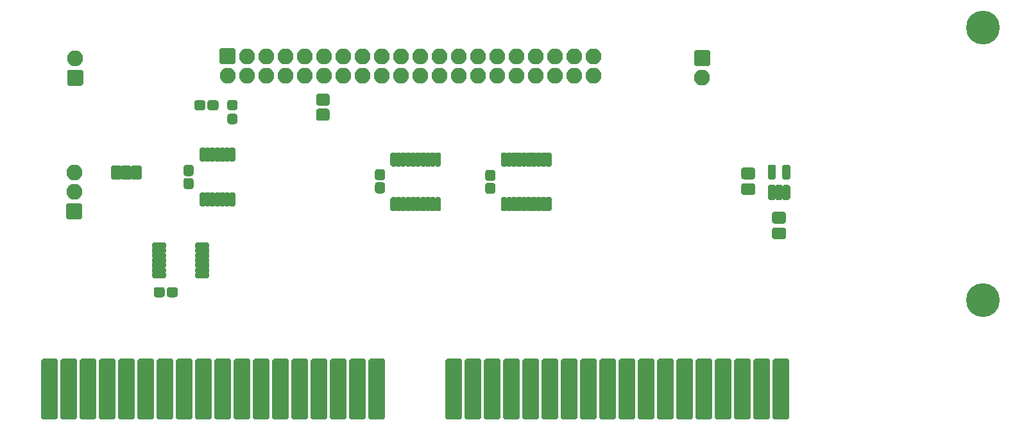
<source format=gbr>
G04 #@! TF.GenerationSoftware,KiCad,Pcbnew,5.1.9-73d0e3b20d~88~ubuntu20.10.1*
G04 #@! TF.CreationDate,2021-03-28T07:48:37+01:00*
G04 #@! TF.ProjectId,videoslotadapter,76696465-6f73-46c6-9f74-616461707465,rev?*
G04 #@! TF.SameCoordinates,Original*
G04 #@! TF.FileFunction,Soldermask,Top*
G04 #@! TF.FilePolarity,Negative*
%FSLAX46Y46*%
G04 Gerber Fmt 4.6, Leading zero omitted, Abs format (unit mm)*
G04 Created by KiCad (PCBNEW 5.1.9-73d0e3b20d~88~ubuntu20.10.1) date 2021-03-28 07:48:37*
%MOMM*%
%LPD*%
G01*
G04 APERTURE LIST*
%ADD10C,4.464000*%
%ADD11O,2.100000X2.100000*%
G04 APERTURE END LIST*
D10*
X236207300Y-100502720D03*
X236207300Y-64546480D03*
G36*
G01*
X121164600Y-84443000D02*
X121164600Y-82943000D01*
G75*
G02*
X121364600Y-82743000I200000J0D01*
G01*
X122364600Y-82743000D01*
G75*
G02*
X122564600Y-82943000I0J-200000D01*
G01*
X122564600Y-84443000D01*
G75*
G02*
X122364600Y-84643000I-200000J0D01*
G01*
X121364600Y-84643000D01*
G75*
G02*
X121164600Y-84443000I0J200000D01*
G01*
G37*
G36*
G01*
X122464600Y-84443000D02*
X122464600Y-82943000D01*
G75*
G02*
X122664600Y-82743000I200000J0D01*
G01*
X123664600Y-82743000D01*
G75*
G02*
X123864600Y-82943000I0J-200000D01*
G01*
X123864600Y-84443000D01*
G75*
G02*
X123664600Y-84643000I-200000J0D01*
G01*
X122664600Y-84643000D01*
G75*
G02*
X122464600Y-84443000I0J200000D01*
G01*
G37*
G36*
G01*
X123764600Y-84443000D02*
X123764600Y-82943000D01*
G75*
G02*
X123964600Y-82743000I200000J0D01*
G01*
X124964600Y-82743000D01*
G75*
G02*
X125164600Y-82943000I0J-200000D01*
G01*
X125164600Y-84443000D01*
G75*
G02*
X124964600Y-84643000I-200000J0D01*
G01*
X123964600Y-84643000D01*
G75*
G02*
X123764600Y-84443000I0J200000D01*
G01*
G37*
G36*
G01*
X128496600Y-99816600D02*
X128496600Y-99141600D01*
G75*
G02*
X128834100Y-98804100I337500J0D01*
G01*
X129634100Y-98804100D01*
G75*
G02*
X129971600Y-99141600I0J-337500D01*
G01*
X129971600Y-99816600D01*
G75*
G02*
X129634100Y-100154100I-337500J0D01*
G01*
X128834100Y-100154100D01*
G75*
G02*
X128496600Y-99816600I0J337500D01*
G01*
G37*
G36*
G01*
X126771600Y-99816600D02*
X126771600Y-99141600D01*
G75*
G02*
X127109100Y-98804100I337500J0D01*
G01*
X127909100Y-98804100D01*
G75*
G02*
X128246600Y-99141600I0J-337500D01*
G01*
X128246600Y-99816600D01*
G75*
G02*
X127909100Y-100154100I-337500J0D01*
G01*
X127109100Y-100154100D01*
G75*
G02*
X126771600Y-99816600I0J337500D01*
G01*
G37*
G36*
G01*
X128402400Y-97025400D02*
X128402400Y-97425400D01*
G75*
G02*
X128202400Y-97625400I-200000J0D01*
G01*
X126727400Y-97625400D01*
G75*
G02*
X126527400Y-97425400I0J200000D01*
G01*
X126527400Y-97025400D01*
G75*
G02*
X126727400Y-96825400I200000J0D01*
G01*
X128202400Y-96825400D01*
G75*
G02*
X128402400Y-97025400I0J-200000D01*
G01*
G37*
G36*
G01*
X128402400Y-96375400D02*
X128402400Y-96775400D01*
G75*
G02*
X128202400Y-96975400I-200000J0D01*
G01*
X126727400Y-96975400D01*
G75*
G02*
X126527400Y-96775400I0J200000D01*
G01*
X126527400Y-96375400D01*
G75*
G02*
X126727400Y-96175400I200000J0D01*
G01*
X128202400Y-96175400D01*
G75*
G02*
X128402400Y-96375400I0J-200000D01*
G01*
G37*
G36*
G01*
X128402400Y-95725400D02*
X128402400Y-96125400D01*
G75*
G02*
X128202400Y-96325400I-200000J0D01*
G01*
X126727400Y-96325400D01*
G75*
G02*
X126527400Y-96125400I0J200000D01*
G01*
X126527400Y-95725400D01*
G75*
G02*
X126727400Y-95525400I200000J0D01*
G01*
X128202400Y-95525400D01*
G75*
G02*
X128402400Y-95725400I0J-200000D01*
G01*
G37*
G36*
G01*
X128402400Y-95075400D02*
X128402400Y-95475400D01*
G75*
G02*
X128202400Y-95675400I-200000J0D01*
G01*
X126727400Y-95675400D01*
G75*
G02*
X126527400Y-95475400I0J200000D01*
G01*
X126527400Y-95075400D01*
G75*
G02*
X126727400Y-94875400I200000J0D01*
G01*
X128202400Y-94875400D01*
G75*
G02*
X128402400Y-95075400I0J-200000D01*
G01*
G37*
G36*
G01*
X128402400Y-94425400D02*
X128402400Y-94825400D01*
G75*
G02*
X128202400Y-95025400I-200000J0D01*
G01*
X126727400Y-95025400D01*
G75*
G02*
X126527400Y-94825400I0J200000D01*
G01*
X126527400Y-94425400D01*
G75*
G02*
X126727400Y-94225400I200000J0D01*
G01*
X128202400Y-94225400D01*
G75*
G02*
X128402400Y-94425400I0J-200000D01*
G01*
G37*
G36*
G01*
X128402400Y-93775400D02*
X128402400Y-94175400D01*
G75*
G02*
X128202400Y-94375400I-200000J0D01*
G01*
X126727400Y-94375400D01*
G75*
G02*
X126527400Y-94175400I0J200000D01*
G01*
X126527400Y-93775400D01*
G75*
G02*
X126727400Y-93575400I200000J0D01*
G01*
X128202400Y-93575400D01*
G75*
G02*
X128402400Y-93775400I0J-200000D01*
G01*
G37*
G36*
G01*
X128402400Y-93125400D02*
X128402400Y-93525400D01*
G75*
G02*
X128202400Y-93725400I-200000J0D01*
G01*
X126727400Y-93725400D01*
G75*
G02*
X126527400Y-93525400I0J200000D01*
G01*
X126527400Y-93125400D01*
G75*
G02*
X126727400Y-92925400I200000J0D01*
G01*
X128202400Y-92925400D01*
G75*
G02*
X128402400Y-93125400I0J-200000D01*
G01*
G37*
G36*
G01*
X134127400Y-93125400D02*
X134127400Y-93525400D01*
G75*
G02*
X133927400Y-93725400I-200000J0D01*
G01*
X132452400Y-93725400D01*
G75*
G02*
X132252400Y-93525400I0J200000D01*
G01*
X132252400Y-93125400D01*
G75*
G02*
X132452400Y-92925400I200000J0D01*
G01*
X133927400Y-92925400D01*
G75*
G02*
X134127400Y-93125400I0J-200000D01*
G01*
G37*
G36*
G01*
X134127400Y-93775400D02*
X134127400Y-94175400D01*
G75*
G02*
X133927400Y-94375400I-200000J0D01*
G01*
X132452400Y-94375400D01*
G75*
G02*
X132252400Y-94175400I0J200000D01*
G01*
X132252400Y-93775400D01*
G75*
G02*
X132452400Y-93575400I200000J0D01*
G01*
X133927400Y-93575400D01*
G75*
G02*
X134127400Y-93775400I0J-200000D01*
G01*
G37*
G36*
G01*
X134127400Y-94425400D02*
X134127400Y-94825400D01*
G75*
G02*
X133927400Y-95025400I-200000J0D01*
G01*
X132452400Y-95025400D01*
G75*
G02*
X132252400Y-94825400I0J200000D01*
G01*
X132252400Y-94425400D01*
G75*
G02*
X132452400Y-94225400I200000J0D01*
G01*
X133927400Y-94225400D01*
G75*
G02*
X134127400Y-94425400I0J-200000D01*
G01*
G37*
G36*
G01*
X134127400Y-95075400D02*
X134127400Y-95475400D01*
G75*
G02*
X133927400Y-95675400I-200000J0D01*
G01*
X132452400Y-95675400D01*
G75*
G02*
X132252400Y-95475400I0J200000D01*
G01*
X132252400Y-95075400D01*
G75*
G02*
X132452400Y-94875400I200000J0D01*
G01*
X133927400Y-94875400D01*
G75*
G02*
X134127400Y-95075400I0J-200000D01*
G01*
G37*
G36*
G01*
X134127400Y-95725400D02*
X134127400Y-96125400D01*
G75*
G02*
X133927400Y-96325400I-200000J0D01*
G01*
X132452400Y-96325400D01*
G75*
G02*
X132252400Y-96125400I0J200000D01*
G01*
X132252400Y-95725400D01*
G75*
G02*
X132452400Y-95525400I200000J0D01*
G01*
X133927400Y-95525400D01*
G75*
G02*
X134127400Y-95725400I0J-200000D01*
G01*
G37*
G36*
G01*
X134127400Y-96375400D02*
X134127400Y-96775400D01*
G75*
G02*
X133927400Y-96975400I-200000J0D01*
G01*
X132452400Y-96975400D01*
G75*
G02*
X132252400Y-96775400I0J200000D01*
G01*
X132252400Y-96375400D01*
G75*
G02*
X132452400Y-96175400I200000J0D01*
G01*
X133927400Y-96175400D01*
G75*
G02*
X134127400Y-96375400I0J-200000D01*
G01*
G37*
G36*
G01*
X134127400Y-97025400D02*
X134127400Y-97425400D01*
G75*
G02*
X133927400Y-97625400I-200000J0D01*
G01*
X132452400Y-97625400D01*
G75*
G02*
X132252400Y-97425400I0J200000D01*
G01*
X132252400Y-97025400D01*
G75*
G02*
X132452400Y-96825400I200000J0D01*
G01*
X133927400Y-96825400D01*
G75*
G02*
X134127400Y-97025400I0J-200000D01*
G01*
G37*
G36*
G01*
X133606000Y-74465500D02*
X133606000Y-75140500D01*
G75*
G02*
X133268500Y-75478000I-337500J0D01*
G01*
X132468500Y-75478000D01*
G75*
G02*
X132131000Y-75140500I0J337500D01*
G01*
X132131000Y-74465500D01*
G75*
G02*
X132468500Y-74128000I337500J0D01*
G01*
X133268500Y-74128000D01*
G75*
G02*
X133606000Y-74465500I0J-337500D01*
G01*
G37*
G36*
G01*
X135331000Y-74465500D02*
X135331000Y-75140500D01*
G75*
G02*
X134993500Y-75478000I-337500J0D01*
G01*
X134193500Y-75478000D01*
G75*
G02*
X133856000Y-75140500I0J337500D01*
G01*
X133856000Y-74465500D01*
G75*
G02*
X134193500Y-74128000I337500J0D01*
G01*
X134993500Y-74128000D01*
G75*
G02*
X135331000Y-74465500I0J-337500D01*
G01*
G37*
G36*
G01*
X136822500Y-75917000D02*
X137497500Y-75917000D01*
G75*
G02*
X137835000Y-76254500I0J-337500D01*
G01*
X137835000Y-76954500D01*
G75*
G02*
X137497500Y-77292000I-337500J0D01*
G01*
X136822500Y-77292000D01*
G75*
G02*
X136485000Y-76954500I0J337500D01*
G01*
X136485000Y-76254500D01*
G75*
G02*
X136822500Y-75917000I337500J0D01*
G01*
G37*
G36*
G01*
X136822500Y-74092000D02*
X137497500Y-74092000D01*
G75*
G02*
X137835000Y-74429500I0J-337500D01*
G01*
X137835000Y-75129500D01*
G75*
G02*
X137497500Y-75467000I-337500J0D01*
G01*
X136822500Y-75467000D01*
G75*
G02*
X136485000Y-75129500I0J337500D01*
G01*
X136485000Y-74429500D01*
G75*
G02*
X136822500Y-74092000I337500J0D01*
G01*
G37*
G36*
G01*
X208464000Y-116082000D02*
X208464000Y-108462000D01*
G75*
G02*
X208664000Y-108262000I200000J0D01*
G01*
X210444000Y-108262000D01*
G75*
G02*
X210644000Y-108462000I0J-200000D01*
G01*
X210644000Y-116082000D01*
G75*
G02*
X210444000Y-116282000I-200000J0D01*
G01*
X208664000Y-116282000D01*
G75*
G02*
X208464000Y-116082000I0J200000D01*
G01*
G37*
G36*
G01*
X205924000Y-116082000D02*
X205924000Y-108462000D01*
G75*
G02*
X206124000Y-108262000I200000J0D01*
G01*
X207904000Y-108262000D01*
G75*
G02*
X208104000Y-108462000I0J-200000D01*
G01*
X208104000Y-116082000D01*
G75*
G02*
X207904000Y-116282000I-200000J0D01*
G01*
X206124000Y-116282000D01*
G75*
G02*
X205924000Y-116082000I0J200000D01*
G01*
G37*
G36*
G01*
X203384000Y-116082000D02*
X203384000Y-108462000D01*
G75*
G02*
X203584000Y-108262000I200000J0D01*
G01*
X205364000Y-108262000D01*
G75*
G02*
X205564000Y-108462000I0J-200000D01*
G01*
X205564000Y-116082000D01*
G75*
G02*
X205364000Y-116282000I-200000J0D01*
G01*
X203584000Y-116282000D01*
G75*
G02*
X203384000Y-116082000I0J200000D01*
G01*
G37*
G36*
G01*
X200844000Y-116082000D02*
X200844000Y-108462000D01*
G75*
G02*
X201044000Y-108262000I200000J0D01*
G01*
X202824000Y-108262000D01*
G75*
G02*
X203024000Y-108462000I0J-200000D01*
G01*
X203024000Y-116082000D01*
G75*
G02*
X202824000Y-116282000I-200000J0D01*
G01*
X201044000Y-116282000D01*
G75*
G02*
X200844000Y-116082000I0J200000D01*
G01*
G37*
G36*
G01*
X198304000Y-116082000D02*
X198304000Y-108462000D01*
G75*
G02*
X198504000Y-108262000I200000J0D01*
G01*
X200284000Y-108262000D01*
G75*
G02*
X200484000Y-108462000I0J-200000D01*
G01*
X200484000Y-116082000D01*
G75*
G02*
X200284000Y-116282000I-200000J0D01*
G01*
X198504000Y-116282000D01*
G75*
G02*
X198304000Y-116082000I0J200000D01*
G01*
G37*
G36*
G01*
X195764000Y-116082000D02*
X195764000Y-108462000D01*
G75*
G02*
X195964000Y-108262000I200000J0D01*
G01*
X197744000Y-108262000D01*
G75*
G02*
X197944000Y-108462000I0J-200000D01*
G01*
X197944000Y-116082000D01*
G75*
G02*
X197744000Y-116282000I-200000J0D01*
G01*
X195964000Y-116282000D01*
G75*
G02*
X195764000Y-116082000I0J200000D01*
G01*
G37*
G36*
G01*
X193224000Y-116082000D02*
X193224000Y-108462000D01*
G75*
G02*
X193424000Y-108262000I200000J0D01*
G01*
X195204000Y-108262000D01*
G75*
G02*
X195404000Y-108462000I0J-200000D01*
G01*
X195404000Y-116082000D01*
G75*
G02*
X195204000Y-116282000I-200000J0D01*
G01*
X193424000Y-116282000D01*
G75*
G02*
X193224000Y-116082000I0J200000D01*
G01*
G37*
G36*
G01*
X190684000Y-116082000D02*
X190684000Y-108462000D01*
G75*
G02*
X190884000Y-108262000I200000J0D01*
G01*
X192664000Y-108262000D01*
G75*
G02*
X192864000Y-108462000I0J-200000D01*
G01*
X192864000Y-116082000D01*
G75*
G02*
X192664000Y-116282000I-200000J0D01*
G01*
X190884000Y-116282000D01*
G75*
G02*
X190684000Y-116082000I0J200000D01*
G01*
G37*
G36*
G01*
X188144000Y-116082000D02*
X188144000Y-108462000D01*
G75*
G02*
X188344000Y-108262000I200000J0D01*
G01*
X190124000Y-108262000D01*
G75*
G02*
X190324000Y-108462000I0J-200000D01*
G01*
X190324000Y-116082000D01*
G75*
G02*
X190124000Y-116282000I-200000J0D01*
G01*
X188344000Y-116282000D01*
G75*
G02*
X188144000Y-116082000I0J200000D01*
G01*
G37*
G36*
G01*
X185604000Y-116082000D02*
X185604000Y-108462000D01*
G75*
G02*
X185804000Y-108262000I200000J0D01*
G01*
X187584000Y-108262000D01*
G75*
G02*
X187784000Y-108462000I0J-200000D01*
G01*
X187784000Y-116082000D01*
G75*
G02*
X187584000Y-116282000I-200000J0D01*
G01*
X185804000Y-116282000D01*
G75*
G02*
X185604000Y-116082000I0J200000D01*
G01*
G37*
G36*
G01*
X183064000Y-116082000D02*
X183064000Y-108462000D01*
G75*
G02*
X183264000Y-108262000I200000J0D01*
G01*
X185044000Y-108262000D01*
G75*
G02*
X185244000Y-108462000I0J-200000D01*
G01*
X185244000Y-116082000D01*
G75*
G02*
X185044000Y-116282000I-200000J0D01*
G01*
X183264000Y-116282000D01*
G75*
G02*
X183064000Y-116082000I0J200000D01*
G01*
G37*
G36*
G01*
X180524000Y-116082000D02*
X180524000Y-108462000D01*
G75*
G02*
X180724000Y-108262000I200000J0D01*
G01*
X182504000Y-108262000D01*
G75*
G02*
X182704000Y-108462000I0J-200000D01*
G01*
X182704000Y-116082000D01*
G75*
G02*
X182504000Y-116282000I-200000J0D01*
G01*
X180724000Y-116282000D01*
G75*
G02*
X180524000Y-116082000I0J200000D01*
G01*
G37*
G36*
G01*
X177984000Y-116082000D02*
X177984000Y-108462000D01*
G75*
G02*
X178184000Y-108262000I200000J0D01*
G01*
X179964000Y-108262000D01*
G75*
G02*
X180164000Y-108462000I0J-200000D01*
G01*
X180164000Y-116082000D01*
G75*
G02*
X179964000Y-116282000I-200000J0D01*
G01*
X178184000Y-116282000D01*
G75*
G02*
X177984000Y-116082000I0J200000D01*
G01*
G37*
G36*
G01*
X175444000Y-116082000D02*
X175444000Y-108462000D01*
G75*
G02*
X175644000Y-108262000I200000J0D01*
G01*
X177424000Y-108262000D01*
G75*
G02*
X177624000Y-108462000I0J-200000D01*
G01*
X177624000Y-116082000D01*
G75*
G02*
X177424000Y-116282000I-200000J0D01*
G01*
X175644000Y-116282000D01*
G75*
G02*
X175444000Y-116082000I0J200000D01*
G01*
G37*
G36*
G01*
X172904000Y-116082000D02*
X172904000Y-108462000D01*
G75*
G02*
X173104000Y-108262000I200000J0D01*
G01*
X174884000Y-108262000D01*
G75*
G02*
X175084000Y-108462000I0J-200000D01*
G01*
X175084000Y-116082000D01*
G75*
G02*
X174884000Y-116282000I-200000J0D01*
G01*
X173104000Y-116282000D01*
G75*
G02*
X172904000Y-116082000I0J200000D01*
G01*
G37*
G36*
G01*
X170364000Y-116082000D02*
X170364000Y-108462000D01*
G75*
G02*
X170564000Y-108262000I200000J0D01*
G01*
X172344000Y-108262000D01*
G75*
G02*
X172544000Y-108462000I0J-200000D01*
G01*
X172544000Y-116082000D01*
G75*
G02*
X172344000Y-116282000I-200000J0D01*
G01*
X170564000Y-116282000D01*
G75*
G02*
X170364000Y-116082000I0J200000D01*
G01*
G37*
G36*
G01*
X167824000Y-116082000D02*
X167824000Y-108462000D01*
G75*
G02*
X168024000Y-108262000I200000J0D01*
G01*
X169804000Y-108262000D01*
G75*
G02*
X170004000Y-108462000I0J-200000D01*
G01*
X170004000Y-116082000D01*
G75*
G02*
X169804000Y-116282000I-200000J0D01*
G01*
X168024000Y-116282000D01*
G75*
G02*
X167824000Y-116082000I0J200000D01*
G01*
G37*
G36*
G01*
X165284000Y-116082000D02*
X165284000Y-108462000D01*
G75*
G02*
X165484000Y-108262000I200000J0D01*
G01*
X167264000Y-108262000D01*
G75*
G02*
X167464000Y-108462000I0J-200000D01*
G01*
X167464000Y-116082000D01*
G75*
G02*
X167264000Y-116282000I-200000J0D01*
G01*
X165484000Y-116282000D01*
G75*
G02*
X165284000Y-116082000I0J200000D01*
G01*
G37*
G36*
G01*
X155124000Y-116082000D02*
X155124000Y-108462000D01*
G75*
G02*
X155324000Y-108262000I200000J0D01*
G01*
X157104000Y-108262000D01*
G75*
G02*
X157304000Y-108462000I0J-200000D01*
G01*
X157304000Y-116082000D01*
G75*
G02*
X157104000Y-116282000I-200000J0D01*
G01*
X155324000Y-116282000D01*
G75*
G02*
X155124000Y-116082000I0J200000D01*
G01*
G37*
G36*
G01*
X152584000Y-116082000D02*
X152584000Y-108462000D01*
G75*
G02*
X152784000Y-108262000I200000J0D01*
G01*
X154564000Y-108262000D01*
G75*
G02*
X154764000Y-108462000I0J-200000D01*
G01*
X154764000Y-116082000D01*
G75*
G02*
X154564000Y-116282000I-200000J0D01*
G01*
X152784000Y-116282000D01*
G75*
G02*
X152584000Y-116082000I0J200000D01*
G01*
G37*
G36*
G01*
X150044000Y-116082000D02*
X150044000Y-108462000D01*
G75*
G02*
X150244000Y-108262000I200000J0D01*
G01*
X152024000Y-108262000D01*
G75*
G02*
X152224000Y-108462000I0J-200000D01*
G01*
X152224000Y-116082000D01*
G75*
G02*
X152024000Y-116282000I-200000J0D01*
G01*
X150244000Y-116282000D01*
G75*
G02*
X150044000Y-116082000I0J200000D01*
G01*
G37*
G36*
G01*
X147504000Y-116082000D02*
X147504000Y-108462000D01*
G75*
G02*
X147704000Y-108262000I200000J0D01*
G01*
X149484000Y-108262000D01*
G75*
G02*
X149684000Y-108462000I0J-200000D01*
G01*
X149684000Y-116082000D01*
G75*
G02*
X149484000Y-116282000I-200000J0D01*
G01*
X147704000Y-116282000D01*
G75*
G02*
X147504000Y-116082000I0J200000D01*
G01*
G37*
G36*
G01*
X144964000Y-116082000D02*
X144964000Y-108462000D01*
G75*
G02*
X145164000Y-108262000I200000J0D01*
G01*
X146944000Y-108262000D01*
G75*
G02*
X147144000Y-108462000I0J-200000D01*
G01*
X147144000Y-116082000D01*
G75*
G02*
X146944000Y-116282000I-200000J0D01*
G01*
X145164000Y-116282000D01*
G75*
G02*
X144964000Y-116082000I0J200000D01*
G01*
G37*
G36*
G01*
X142424000Y-116082000D02*
X142424000Y-108462000D01*
G75*
G02*
X142624000Y-108262000I200000J0D01*
G01*
X144404000Y-108262000D01*
G75*
G02*
X144604000Y-108462000I0J-200000D01*
G01*
X144604000Y-116082000D01*
G75*
G02*
X144404000Y-116282000I-200000J0D01*
G01*
X142624000Y-116282000D01*
G75*
G02*
X142424000Y-116082000I0J200000D01*
G01*
G37*
G36*
G01*
X139884000Y-116082000D02*
X139884000Y-108462000D01*
G75*
G02*
X140084000Y-108262000I200000J0D01*
G01*
X141864000Y-108262000D01*
G75*
G02*
X142064000Y-108462000I0J-200000D01*
G01*
X142064000Y-116082000D01*
G75*
G02*
X141864000Y-116282000I-200000J0D01*
G01*
X140084000Y-116282000D01*
G75*
G02*
X139884000Y-116082000I0J200000D01*
G01*
G37*
G36*
G01*
X137344000Y-116082000D02*
X137344000Y-108462000D01*
G75*
G02*
X137544000Y-108262000I200000J0D01*
G01*
X139324000Y-108262000D01*
G75*
G02*
X139524000Y-108462000I0J-200000D01*
G01*
X139524000Y-116082000D01*
G75*
G02*
X139324000Y-116282000I-200000J0D01*
G01*
X137544000Y-116282000D01*
G75*
G02*
X137344000Y-116082000I0J200000D01*
G01*
G37*
G36*
G01*
X134804000Y-116082000D02*
X134804000Y-108462000D01*
G75*
G02*
X135004000Y-108262000I200000J0D01*
G01*
X136784000Y-108262000D01*
G75*
G02*
X136984000Y-108462000I0J-200000D01*
G01*
X136984000Y-116082000D01*
G75*
G02*
X136784000Y-116282000I-200000J0D01*
G01*
X135004000Y-116282000D01*
G75*
G02*
X134804000Y-116082000I0J200000D01*
G01*
G37*
G36*
G01*
X132264000Y-116082000D02*
X132264000Y-108462000D01*
G75*
G02*
X132464000Y-108262000I200000J0D01*
G01*
X134244000Y-108262000D01*
G75*
G02*
X134444000Y-108462000I0J-200000D01*
G01*
X134444000Y-116082000D01*
G75*
G02*
X134244000Y-116282000I-200000J0D01*
G01*
X132464000Y-116282000D01*
G75*
G02*
X132264000Y-116082000I0J200000D01*
G01*
G37*
G36*
G01*
X129724000Y-116082000D02*
X129724000Y-108462000D01*
G75*
G02*
X129924000Y-108262000I200000J0D01*
G01*
X131704000Y-108262000D01*
G75*
G02*
X131904000Y-108462000I0J-200000D01*
G01*
X131904000Y-116082000D01*
G75*
G02*
X131704000Y-116282000I-200000J0D01*
G01*
X129924000Y-116282000D01*
G75*
G02*
X129724000Y-116082000I0J200000D01*
G01*
G37*
G36*
G01*
X127184000Y-116082000D02*
X127184000Y-108462000D01*
G75*
G02*
X127384000Y-108262000I200000J0D01*
G01*
X129164000Y-108262000D01*
G75*
G02*
X129364000Y-108462000I0J-200000D01*
G01*
X129364000Y-116082000D01*
G75*
G02*
X129164000Y-116282000I-200000J0D01*
G01*
X127384000Y-116282000D01*
G75*
G02*
X127184000Y-116082000I0J200000D01*
G01*
G37*
G36*
G01*
X124644000Y-116082000D02*
X124644000Y-108462000D01*
G75*
G02*
X124844000Y-108262000I200000J0D01*
G01*
X126624000Y-108262000D01*
G75*
G02*
X126824000Y-108462000I0J-200000D01*
G01*
X126824000Y-116082000D01*
G75*
G02*
X126624000Y-116282000I-200000J0D01*
G01*
X124844000Y-116282000D01*
G75*
G02*
X124644000Y-116082000I0J200000D01*
G01*
G37*
G36*
G01*
X122104000Y-116082000D02*
X122104000Y-108462000D01*
G75*
G02*
X122304000Y-108262000I200000J0D01*
G01*
X124084000Y-108262000D01*
G75*
G02*
X124284000Y-108462000I0J-200000D01*
G01*
X124284000Y-116082000D01*
G75*
G02*
X124084000Y-116282000I-200000J0D01*
G01*
X122304000Y-116282000D01*
G75*
G02*
X122104000Y-116082000I0J200000D01*
G01*
G37*
G36*
G01*
X119564000Y-116082000D02*
X119564000Y-108462000D01*
G75*
G02*
X119764000Y-108262000I200000J0D01*
G01*
X121544000Y-108262000D01*
G75*
G02*
X121744000Y-108462000I0J-200000D01*
G01*
X121744000Y-116082000D01*
G75*
G02*
X121544000Y-116282000I-200000J0D01*
G01*
X119764000Y-116282000D01*
G75*
G02*
X119564000Y-116082000I0J200000D01*
G01*
G37*
G36*
G01*
X117024000Y-116082000D02*
X117024000Y-108462000D01*
G75*
G02*
X117224000Y-108262000I200000J0D01*
G01*
X119004000Y-108262000D01*
G75*
G02*
X119204000Y-108462000I0J-200000D01*
G01*
X119204000Y-116082000D01*
G75*
G02*
X119004000Y-116282000I-200000J0D01*
G01*
X117224000Y-116282000D01*
G75*
G02*
X117024000Y-116082000I0J200000D01*
G01*
G37*
G36*
G01*
X114484000Y-116082000D02*
X114484000Y-108462000D01*
G75*
G02*
X114684000Y-108262000I200000J0D01*
G01*
X116464000Y-108262000D01*
G75*
G02*
X116664000Y-108462000I0J-200000D01*
G01*
X116664000Y-116082000D01*
G75*
G02*
X116464000Y-116282000I-200000J0D01*
G01*
X114684000Y-116282000D01*
G75*
G02*
X114484000Y-116082000I0J200000D01*
G01*
G37*
G36*
G01*
X111944000Y-116082000D02*
X111944000Y-108462000D01*
G75*
G02*
X112144000Y-108262000I200000J0D01*
G01*
X113924000Y-108262000D01*
G75*
G02*
X114124000Y-108462000I0J-200000D01*
G01*
X114124000Y-116082000D01*
G75*
G02*
X113924000Y-116282000I-200000J0D01*
G01*
X112144000Y-116282000D01*
G75*
G02*
X111944000Y-116082000I0J200000D01*
G01*
G37*
G36*
G01*
X208706106Y-90928000D02*
X209885894Y-90928000D01*
G75*
G02*
X210221000Y-91263106I0J-335106D01*
G01*
X210221000Y-92167894D01*
G75*
G02*
X209885894Y-92503000I-335106J0D01*
G01*
X208706106Y-92503000D01*
G75*
G02*
X208371000Y-92167894I0J335106D01*
G01*
X208371000Y-91263106D01*
G75*
G02*
X208706106Y-90928000I335106J0D01*
G01*
G37*
G36*
G01*
X208706106Y-88853000D02*
X209885894Y-88853000D01*
G75*
G02*
X210221000Y-89188106I0J-335106D01*
G01*
X210221000Y-90092894D01*
G75*
G02*
X209885894Y-90428000I-335106J0D01*
G01*
X208706106Y-90428000D01*
G75*
G02*
X208371000Y-90092894I0J335106D01*
G01*
X208371000Y-89188106D01*
G75*
G02*
X208706106Y-88853000I335106J0D01*
G01*
G37*
G36*
G01*
X148531332Y-75257000D02*
X149664668Y-75257000D01*
G75*
G02*
X149998000Y-75590332I0J-333332D01*
G01*
X149998000Y-76523668D01*
G75*
G02*
X149664668Y-76857000I-333332J0D01*
G01*
X148531332Y-76857000D01*
G75*
G02*
X148198000Y-76523668I0J333332D01*
G01*
X148198000Y-75590332D01*
G75*
G02*
X148531332Y-75257000I333332J0D01*
G01*
G37*
G36*
G01*
X148531332Y-73257000D02*
X149664668Y-73257000D01*
G75*
G02*
X149998000Y-73590332I0J-333332D01*
G01*
X149998000Y-74523668D01*
G75*
G02*
X149664668Y-74857000I-333332J0D01*
G01*
X148531332Y-74857000D01*
G75*
G02*
X148198000Y-74523668I0J333332D01*
G01*
X148198000Y-73590332D01*
G75*
G02*
X148531332Y-73257000I333332J0D01*
G01*
G37*
G36*
G01*
X204642106Y-85086000D02*
X205821894Y-85086000D01*
G75*
G02*
X206157000Y-85421106I0J-335106D01*
G01*
X206157000Y-86325894D01*
G75*
G02*
X205821894Y-86661000I-335106J0D01*
G01*
X204642106Y-86661000D01*
G75*
G02*
X204307000Y-86325894I0J335106D01*
G01*
X204307000Y-85421106D01*
G75*
G02*
X204642106Y-85086000I335106J0D01*
G01*
G37*
G36*
G01*
X204642106Y-83011000D02*
X205821894Y-83011000D01*
G75*
G02*
X206157000Y-83346106I0J-335106D01*
G01*
X206157000Y-84250894D01*
G75*
G02*
X205821894Y-84586000I-335106J0D01*
G01*
X204642106Y-84586000D01*
G75*
G02*
X204307000Y-84250894I0J335106D01*
G01*
X204307000Y-83346106D01*
G75*
G02*
X204642106Y-83011000I335106J0D01*
G01*
G37*
G36*
G01*
X170858500Y-85037200D02*
X171533500Y-85037200D01*
G75*
G02*
X171871000Y-85374700I0J-337500D01*
G01*
X171871000Y-86174700D01*
G75*
G02*
X171533500Y-86512200I-337500J0D01*
G01*
X170858500Y-86512200D01*
G75*
G02*
X170521000Y-86174700I0J337500D01*
G01*
X170521000Y-85374700D01*
G75*
G02*
X170858500Y-85037200I337500J0D01*
G01*
G37*
G36*
G01*
X170858500Y-83312200D02*
X171533500Y-83312200D01*
G75*
G02*
X171871000Y-83649700I0J-337500D01*
G01*
X171871000Y-84449700D01*
G75*
G02*
X171533500Y-84787200I-337500J0D01*
G01*
X170858500Y-84787200D01*
G75*
G02*
X170521000Y-84449700I0J337500D01*
G01*
X170521000Y-83649700D01*
G75*
G02*
X170858500Y-83312200I337500J0D01*
G01*
G37*
G36*
G01*
X156306840Y-84961000D02*
X156981840Y-84961000D01*
G75*
G02*
X157319340Y-85298500I0J-337500D01*
G01*
X157319340Y-86098500D01*
G75*
G02*
X156981840Y-86436000I-337500J0D01*
G01*
X156306840Y-86436000D01*
G75*
G02*
X155969340Y-86098500I0J337500D01*
G01*
X155969340Y-85298500D01*
G75*
G02*
X156306840Y-84961000I337500J0D01*
G01*
G37*
G36*
G01*
X156306840Y-83236000D02*
X156981840Y-83236000D01*
G75*
G02*
X157319340Y-83573500I0J-337500D01*
G01*
X157319340Y-84373500D01*
G75*
G02*
X156981840Y-84711000I-337500J0D01*
G01*
X156306840Y-84711000D01*
G75*
G02*
X155969340Y-84373500I0J337500D01*
G01*
X155969340Y-83573500D01*
G75*
G02*
X156306840Y-83236000I337500J0D01*
G01*
G37*
G36*
G01*
X131033840Y-84402200D02*
X131708840Y-84402200D01*
G75*
G02*
X132046340Y-84739700I0J-337500D01*
G01*
X132046340Y-85539700D01*
G75*
G02*
X131708840Y-85877200I-337500J0D01*
G01*
X131033840Y-85877200D01*
G75*
G02*
X130696340Y-85539700I0J337500D01*
G01*
X130696340Y-84739700D01*
G75*
G02*
X131033840Y-84402200I337500J0D01*
G01*
G37*
G36*
G01*
X131033840Y-82677200D02*
X131708840Y-82677200D01*
G75*
G02*
X132046340Y-83014700I0J-337500D01*
G01*
X132046340Y-83814700D01*
G75*
G02*
X131708840Y-84152200I-337500J0D01*
G01*
X131033840Y-84152200D01*
G75*
G02*
X130696340Y-83814700I0J337500D01*
G01*
X130696340Y-83014700D01*
G75*
G02*
X131033840Y-82677200I337500J0D01*
G01*
G37*
D11*
X199136000Y-71120000D03*
G36*
G01*
X198086000Y-69430000D02*
X198086000Y-67730000D01*
G75*
G02*
X198286000Y-67530000I200000J0D01*
G01*
X199986000Y-67530000D01*
G75*
G02*
X200186000Y-67730000I0J-200000D01*
G01*
X200186000Y-69430000D01*
G75*
G02*
X199986000Y-69630000I-200000J0D01*
G01*
X198286000Y-69630000D01*
G75*
G02*
X198086000Y-69430000I0J200000D01*
G01*
G37*
G36*
G01*
X117458200Y-70313180D02*
X117458200Y-72013180D01*
G75*
G02*
X117258200Y-72213180I-200000J0D01*
G01*
X115558200Y-72213180D01*
G75*
G02*
X115358200Y-72013180I0J200000D01*
G01*
X115358200Y-70313180D01*
G75*
G02*
X115558200Y-70113180I200000J0D01*
G01*
X117258200Y-70113180D01*
G75*
G02*
X117458200Y-70313180I0J-200000D01*
G01*
G37*
X116408200Y-68623180D03*
G36*
G01*
X133456340Y-88152200D02*
X133006340Y-88152200D01*
G75*
G02*
X132806340Y-87952200I0J200000D01*
G01*
X132806340Y-86502200D01*
G75*
G02*
X133006340Y-86302200I200000J0D01*
G01*
X133456340Y-86302200D01*
G75*
G02*
X133656340Y-86502200I0J-200000D01*
G01*
X133656340Y-87952200D01*
G75*
G02*
X133456340Y-88152200I-200000J0D01*
G01*
G37*
G36*
G01*
X134106340Y-88152200D02*
X133656340Y-88152200D01*
G75*
G02*
X133456340Y-87952200I0J200000D01*
G01*
X133456340Y-86502200D01*
G75*
G02*
X133656340Y-86302200I200000J0D01*
G01*
X134106340Y-86302200D01*
G75*
G02*
X134306340Y-86502200I0J-200000D01*
G01*
X134306340Y-87952200D01*
G75*
G02*
X134106340Y-88152200I-200000J0D01*
G01*
G37*
G36*
G01*
X134756340Y-88152200D02*
X134306340Y-88152200D01*
G75*
G02*
X134106340Y-87952200I0J200000D01*
G01*
X134106340Y-86502200D01*
G75*
G02*
X134306340Y-86302200I200000J0D01*
G01*
X134756340Y-86302200D01*
G75*
G02*
X134956340Y-86502200I0J-200000D01*
G01*
X134956340Y-87952200D01*
G75*
G02*
X134756340Y-88152200I-200000J0D01*
G01*
G37*
G36*
G01*
X135406340Y-88152200D02*
X134956340Y-88152200D01*
G75*
G02*
X134756340Y-87952200I0J200000D01*
G01*
X134756340Y-86502200D01*
G75*
G02*
X134956340Y-86302200I200000J0D01*
G01*
X135406340Y-86302200D01*
G75*
G02*
X135606340Y-86502200I0J-200000D01*
G01*
X135606340Y-87952200D01*
G75*
G02*
X135406340Y-88152200I-200000J0D01*
G01*
G37*
G36*
G01*
X136056340Y-88152200D02*
X135606340Y-88152200D01*
G75*
G02*
X135406340Y-87952200I0J200000D01*
G01*
X135406340Y-86502200D01*
G75*
G02*
X135606340Y-86302200I200000J0D01*
G01*
X136056340Y-86302200D01*
G75*
G02*
X136256340Y-86502200I0J-200000D01*
G01*
X136256340Y-87952200D01*
G75*
G02*
X136056340Y-88152200I-200000J0D01*
G01*
G37*
G36*
G01*
X136706340Y-88152200D02*
X136256340Y-88152200D01*
G75*
G02*
X136056340Y-87952200I0J200000D01*
G01*
X136056340Y-86502200D01*
G75*
G02*
X136256340Y-86302200I200000J0D01*
G01*
X136706340Y-86302200D01*
G75*
G02*
X136906340Y-86502200I0J-200000D01*
G01*
X136906340Y-87952200D01*
G75*
G02*
X136706340Y-88152200I-200000J0D01*
G01*
G37*
G36*
G01*
X137356340Y-88152200D02*
X136906340Y-88152200D01*
G75*
G02*
X136706340Y-87952200I0J200000D01*
G01*
X136706340Y-86502200D01*
G75*
G02*
X136906340Y-86302200I200000J0D01*
G01*
X137356340Y-86302200D01*
G75*
G02*
X137556340Y-86502200I0J-200000D01*
G01*
X137556340Y-87952200D01*
G75*
G02*
X137356340Y-88152200I-200000J0D01*
G01*
G37*
G36*
G01*
X137356340Y-82252200D02*
X136906340Y-82252200D01*
G75*
G02*
X136706340Y-82052200I0J200000D01*
G01*
X136706340Y-80602200D01*
G75*
G02*
X136906340Y-80402200I200000J0D01*
G01*
X137356340Y-80402200D01*
G75*
G02*
X137556340Y-80602200I0J-200000D01*
G01*
X137556340Y-82052200D01*
G75*
G02*
X137356340Y-82252200I-200000J0D01*
G01*
G37*
G36*
G01*
X136706340Y-82252200D02*
X136256340Y-82252200D01*
G75*
G02*
X136056340Y-82052200I0J200000D01*
G01*
X136056340Y-80602200D01*
G75*
G02*
X136256340Y-80402200I200000J0D01*
G01*
X136706340Y-80402200D01*
G75*
G02*
X136906340Y-80602200I0J-200000D01*
G01*
X136906340Y-82052200D01*
G75*
G02*
X136706340Y-82252200I-200000J0D01*
G01*
G37*
G36*
G01*
X136056340Y-82252200D02*
X135606340Y-82252200D01*
G75*
G02*
X135406340Y-82052200I0J200000D01*
G01*
X135406340Y-80602200D01*
G75*
G02*
X135606340Y-80402200I200000J0D01*
G01*
X136056340Y-80402200D01*
G75*
G02*
X136256340Y-80602200I0J-200000D01*
G01*
X136256340Y-82052200D01*
G75*
G02*
X136056340Y-82252200I-200000J0D01*
G01*
G37*
G36*
G01*
X135406340Y-82252200D02*
X134956340Y-82252200D01*
G75*
G02*
X134756340Y-82052200I0J200000D01*
G01*
X134756340Y-80602200D01*
G75*
G02*
X134956340Y-80402200I200000J0D01*
G01*
X135406340Y-80402200D01*
G75*
G02*
X135606340Y-80602200I0J-200000D01*
G01*
X135606340Y-82052200D01*
G75*
G02*
X135406340Y-82252200I-200000J0D01*
G01*
G37*
G36*
G01*
X134756340Y-82252200D02*
X134306340Y-82252200D01*
G75*
G02*
X134106340Y-82052200I0J200000D01*
G01*
X134106340Y-80602200D01*
G75*
G02*
X134306340Y-80402200I200000J0D01*
G01*
X134756340Y-80402200D01*
G75*
G02*
X134956340Y-80602200I0J-200000D01*
G01*
X134956340Y-82052200D01*
G75*
G02*
X134756340Y-82252200I-200000J0D01*
G01*
G37*
G36*
G01*
X134106340Y-82252200D02*
X133656340Y-82252200D01*
G75*
G02*
X133456340Y-82052200I0J200000D01*
G01*
X133456340Y-80602200D01*
G75*
G02*
X133656340Y-80402200I200000J0D01*
G01*
X134106340Y-80402200D01*
G75*
G02*
X134306340Y-80602200I0J-200000D01*
G01*
X134306340Y-82052200D01*
G75*
G02*
X134106340Y-82252200I-200000J0D01*
G01*
G37*
G36*
G01*
X133456340Y-82252200D02*
X133006340Y-82252200D01*
G75*
G02*
X132806340Y-82052200I0J200000D01*
G01*
X132806340Y-80602200D01*
G75*
G02*
X133006340Y-80402200I200000J0D01*
G01*
X133456340Y-80402200D01*
G75*
G02*
X133656340Y-80602200I0J-200000D01*
G01*
X133656340Y-82052200D01*
G75*
G02*
X133456340Y-82252200I-200000J0D01*
G01*
G37*
G36*
G01*
X158643340Y-82887200D02*
X158193340Y-82887200D01*
G75*
G02*
X157993340Y-82687200I0J200000D01*
G01*
X157993340Y-81237200D01*
G75*
G02*
X158193340Y-81037200I200000J0D01*
G01*
X158643340Y-81037200D01*
G75*
G02*
X158843340Y-81237200I0J-200000D01*
G01*
X158843340Y-82687200D01*
G75*
G02*
X158643340Y-82887200I-200000J0D01*
G01*
G37*
G36*
G01*
X159293340Y-82887200D02*
X158843340Y-82887200D01*
G75*
G02*
X158643340Y-82687200I0J200000D01*
G01*
X158643340Y-81237200D01*
G75*
G02*
X158843340Y-81037200I200000J0D01*
G01*
X159293340Y-81037200D01*
G75*
G02*
X159493340Y-81237200I0J-200000D01*
G01*
X159493340Y-82687200D01*
G75*
G02*
X159293340Y-82887200I-200000J0D01*
G01*
G37*
G36*
G01*
X159943340Y-82887200D02*
X159493340Y-82887200D01*
G75*
G02*
X159293340Y-82687200I0J200000D01*
G01*
X159293340Y-81237200D01*
G75*
G02*
X159493340Y-81037200I200000J0D01*
G01*
X159943340Y-81037200D01*
G75*
G02*
X160143340Y-81237200I0J-200000D01*
G01*
X160143340Y-82687200D01*
G75*
G02*
X159943340Y-82887200I-200000J0D01*
G01*
G37*
G36*
G01*
X160593340Y-82887200D02*
X160143340Y-82887200D01*
G75*
G02*
X159943340Y-82687200I0J200000D01*
G01*
X159943340Y-81237200D01*
G75*
G02*
X160143340Y-81037200I200000J0D01*
G01*
X160593340Y-81037200D01*
G75*
G02*
X160793340Y-81237200I0J-200000D01*
G01*
X160793340Y-82687200D01*
G75*
G02*
X160593340Y-82887200I-200000J0D01*
G01*
G37*
G36*
G01*
X161243340Y-82887200D02*
X160793340Y-82887200D01*
G75*
G02*
X160593340Y-82687200I0J200000D01*
G01*
X160593340Y-81237200D01*
G75*
G02*
X160793340Y-81037200I200000J0D01*
G01*
X161243340Y-81037200D01*
G75*
G02*
X161443340Y-81237200I0J-200000D01*
G01*
X161443340Y-82687200D01*
G75*
G02*
X161243340Y-82887200I-200000J0D01*
G01*
G37*
G36*
G01*
X161893340Y-82887200D02*
X161443340Y-82887200D01*
G75*
G02*
X161243340Y-82687200I0J200000D01*
G01*
X161243340Y-81237200D01*
G75*
G02*
X161443340Y-81037200I200000J0D01*
G01*
X161893340Y-81037200D01*
G75*
G02*
X162093340Y-81237200I0J-200000D01*
G01*
X162093340Y-82687200D01*
G75*
G02*
X161893340Y-82887200I-200000J0D01*
G01*
G37*
G36*
G01*
X162543340Y-82887200D02*
X162093340Y-82887200D01*
G75*
G02*
X161893340Y-82687200I0J200000D01*
G01*
X161893340Y-81237200D01*
G75*
G02*
X162093340Y-81037200I200000J0D01*
G01*
X162543340Y-81037200D01*
G75*
G02*
X162743340Y-81237200I0J-200000D01*
G01*
X162743340Y-82687200D01*
G75*
G02*
X162543340Y-82887200I-200000J0D01*
G01*
G37*
G36*
G01*
X163193340Y-82887200D02*
X162743340Y-82887200D01*
G75*
G02*
X162543340Y-82687200I0J200000D01*
G01*
X162543340Y-81237200D01*
G75*
G02*
X162743340Y-81037200I200000J0D01*
G01*
X163193340Y-81037200D01*
G75*
G02*
X163393340Y-81237200I0J-200000D01*
G01*
X163393340Y-82687200D01*
G75*
G02*
X163193340Y-82887200I-200000J0D01*
G01*
G37*
G36*
G01*
X163843340Y-82887200D02*
X163393340Y-82887200D01*
G75*
G02*
X163193340Y-82687200I0J200000D01*
G01*
X163193340Y-81237200D01*
G75*
G02*
X163393340Y-81037200I200000J0D01*
G01*
X163843340Y-81037200D01*
G75*
G02*
X164043340Y-81237200I0J-200000D01*
G01*
X164043340Y-82687200D01*
G75*
G02*
X163843340Y-82887200I-200000J0D01*
G01*
G37*
G36*
G01*
X164493340Y-82887200D02*
X164043340Y-82887200D01*
G75*
G02*
X163843340Y-82687200I0J200000D01*
G01*
X163843340Y-81237200D01*
G75*
G02*
X164043340Y-81037200I200000J0D01*
G01*
X164493340Y-81037200D01*
G75*
G02*
X164693340Y-81237200I0J-200000D01*
G01*
X164693340Y-82687200D01*
G75*
G02*
X164493340Y-82887200I-200000J0D01*
G01*
G37*
G36*
G01*
X164493340Y-88787200D02*
X164043340Y-88787200D01*
G75*
G02*
X163843340Y-88587200I0J200000D01*
G01*
X163843340Y-87137200D01*
G75*
G02*
X164043340Y-86937200I200000J0D01*
G01*
X164493340Y-86937200D01*
G75*
G02*
X164693340Y-87137200I0J-200000D01*
G01*
X164693340Y-88587200D01*
G75*
G02*
X164493340Y-88787200I-200000J0D01*
G01*
G37*
G36*
G01*
X163843340Y-88787200D02*
X163393340Y-88787200D01*
G75*
G02*
X163193340Y-88587200I0J200000D01*
G01*
X163193340Y-87137200D01*
G75*
G02*
X163393340Y-86937200I200000J0D01*
G01*
X163843340Y-86937200D01*
G75*
G02*
X164043340Y-87137200I0J-200000D01*
G01*
X164043340Y-88587200D01*
G75*
G02*
X163843340Y-88787200I-200000J0D01*
G01*
G37*
G36*
G01*
X163193340Y-88787200D02*
X162743340Y-88787200D01*
G75*
G02*
X162543340Y-88587200I0J200000D01*
G01*
X162543340Y-87137200D01*
G75*
G02*
X162743340Y-86937200I200000J0D01*
G01*
X163193340Y-86937200D01*
G75*
G02*
X163393340Y-87137200I0J-200000D01*
G01*
X163393340Y-88587200D01*
G75*
G02*
X163193340Y-88787200I-200000J0D01*
G01*
G37*
G36*
G01*
X162543340Y-88787200D02*
X162093340Y-88787200D01*
G75*
G02*
X161893340Y-88587200I0J200000D01*
G01*
X161893340Y-87137200D01*
G75*
G02*
X162093340Y-86937200I200000J0D01*
G01*
X162543340Y-86937200D01*
G75*
G02*
X162743340Y-87137200I0J-200000D01*
G01*
X162743340Y-88587200D01*
G75*
G02*
X162543340Y-88787200I-200000J0D01*
G01*
G37*
G36*
G01*
X161893340Y-88787200D02*
X161443340Y-88787200D01*
G75*
G02*
X161243340Y-88587200I0J200000D01*
G01*
X161243340Y-87137200D01*
G75*
G02*
X161443340Y-86937200I200000J0D01*
G01*
X161893340Y-86937200D01*
G75*
G02*
X162093340Y-87137200I0J-200000D01*
G01*
X162093340Y-88587200D01*
G75*
G02*
X161893340Y-88787200I-200000J0D01*
G01*
G37*
G36*
G01*
X161243340Y-88787200D02*
X160793340Y-88787200D01*
G75*
G02*
X160593340Y-88587200I0J200000D01*
G01*
X160593340Y-87137200D01*
G75*
G02*
X160793340Y-86937200I200000J0D01*
G01*
X161243340Y-86937200D01*
G75*
G02*
X161443340Y-87137200I0J-200000D01*
G01*
X161443340Y-88587200D01*
G75*
G02*
X161243340Y-88787200I-200000J0D01*
G01*
G37*
G36*
G01*
X160593340Y-88787200D02*
X160143340Y-88787200D01*
G75*
G02*
X159943340Y-88587200I0J200000D01*
G01*
X159943340Y-87137200D01*
G75*
G02*
X160143340Y-86937200I200000J0D01*
G01*
X160593340Y-86937200D01*
G75*
G02*
X160793340Y-87137200I0J-200000D01*
G01*
X160793340Y-88587200D01*
G75*
G02*
X160593340Y-88787200I-200000J0D01*
G01*
G37*
G36*
G01*
X159943340Y-88787200D02*
X159493340Y-88787200D01*
G75*
G02*
X159293340Y-88587200I0J200000D01*
G01*
X159293340Y-87137200D01*
G75*
G02*
X159493340Y-86937200I200000J0D01*
G01*
X159943340Y-86937200D01*
G75*
G02*
X160143340Y-87137200I0J-200000D01*
G01*
X160143340Y-88587200D01*
G75*
G02*
X159943340Y-88787200I-200000J0D01*
G01*
G37*
G36*
G01*
X159293340Y-88787200D02*
X158843340Y-88787200D01*
G75*
G02*
X158643340Y-88587200I0J200000D01*
G01*
X158643340Y-87137200D01*
G75*
G02*
X158843340Y-86937200I200000J0D01*
G01*
X159293340Y-86937200D01*
G75*
G02*
X159493340Y-87137200I0J-200000D01*
G01*
X159493340Y-88587200D01*
G75*
G02*
X159293340Y-88787200I-200000J0D01*
G01*
G37*
G36*
G01*
X158643340Y-88787200D02*
X158193340Y-88787200D01*
G75*
G02*
X157993340Y-88587200I0J200000D01*
G01*
X157993340Y-87137200D01*
G75*
G02*
X158193340Y-86937200I200000J0D01*
G01*
X158643340Y-86937200D01*
G75*
G02*
X158843340Y-87137200I0J-200000D01*
G01*
X158843340Y-88587200D01*
G75*
G02*
X158643340Y-88787200I-200000J0D01*
G01*
G37*
G36*
G01*
X173248340Y-88787200D02*
X172798340Y-88787200D01*
G75*
G02*
X172598340Y-88587200I0J200000D01*
G01*
X172598340Y-87137200D01*
G75*
G02*
X172798340Y-86937200I200000J0D01*
G01*
X173248340Y-86937200D01*
G75*
G02*
X173448340Y-87137200I0J-200000D01*
G01*
X173448340Y-88587200D01*
G75*
G02*
X173248340Y-88787200I-200000J0D01*
G01*
G37*
G36*
G01*
X173898340Y-88787200D02*
X173448340Y-88787200D01*
G75*
G02*
X173248340Y-88587200I0J200000D01*
G01*
X173248340Y-87137200D01*
G75*
G02*
X173448340Y-86937200I200000J0D01*
G01*
X173898340Y-86937200D01*
G75*
G02*
X174098340Y-87137200I0J-200000D01*
G01*
X174098340Y-88587200D01*
G75*
G02*
X173898340Y-88787200I-200000J0D01*
G01*
G37*
G36*
G01*
X174548340Y-88787200D02*
X174098340Y-88787200D01*
G75*
G02*
X173898340Y-88587200I0J200000D01*
G01*
X173898340Y-87137200D01*
G75*
G02*
X174098340Y-86937200I200000J0D01*
G01*
X174548340Y-86937200D01*
G75*
G02*
X174748340Y-87137200I0J-200000D01*
G01*
X174748340Y-88587200D01*
G75*
G02*
X174548340Y-88787200I-200000J0D01*
G01*
G37*
G36*
G01*
X175198340Y-88787200D02*
X174748340Y-88787200D01*
G75*
G02*
X174548340Y-88587200I0J200000D01*
G01*
X174548340Y-87137200D01*
G75*
G02*
X174748340Y-86937200I200000J0D01*
G01*
X175198340Y-86937200D01*
G75*
G02*
X175398340Y-87137200I0J-200000D01*
G01*
X175398340Y-88587200D01*
G75*
G02*
X175198340Y-88787200I-200000J0D01*
G01*
G37*
G36*
G01*
X175848340Y-88787200D02*
X175398340Y-88787200D01*
G75*
G02*
X175198340Y-88587200I0J200000D01*
G01*
X175198340Y-87137200D01*
G75*
G02*
X175398340Y-86937200I200000J0D01*
G01*
X175848340Y-86937200D01*
G75*
G02*
X176048340Y-87137200I0J-200000D01*
G01*
X176048340Y-88587200D01*
G75*
G02*
X175848340Y-88787200I-200000J0D01*
G01*
G37*
G36*
G01*
X176498340Y-88787200D02*
X176048340Y-88787200D01*
G75*
G02*
X175848340Y-88587200I0J200000D01*
G01*
X175848340Y-87137200D01*
G75*
G02*
X176048340Y-86937200I200000J0D01*
G01*
X176498340Y-86937200D01*
G75*
G02*
X176698340Y-87137200I0J-200000D01*
G01*
X176698340Y-88587200D01*
G75*
G02*
X176498340Y-88787200I-200000J0D01*
G01*
G37*
G36*
G01*
X177148340Y-88787200D02*
X176698340Y-88787200D01*
G75*
G02*
X176498340Y-88587200I0J200000D01*
G01*
X176498340Y-87137200D01*
G75*
G02*
X176698340Y-86937200I200000J0D01*
G01*
X177148340Y-86937200D01*
G75*
G02*
X177348340Y-87137200I0J-200000D01*
G01*
X177348340Y-88587200D01*
G75*
G02*
X177148340Y-88787200I-200000J0D01*
G01*
G37*
G36*
G01*
X177798340Y-88787200D02*
X177348340Y-88787200D01*
G75*
G02*
X177148340Y-88587200I0J200000D01*
G01*
X177148340Y-87137200D01*
G75*
G02*
X177348340Y-86937200I200000J0D01*
G01*
X177798340Y-86937200D01*
G75*
G02*
X177998340Y-87137200I0J-200000D01*
G01*
X177998340Y-88587200D01*
G75*
G02*
X177798340Y-88787200I-200000J0D01*
G01*
G37*
G36*
G01*
X178448340Y-88787200D02*
X177998340Y-88787200D01*
G75*
G02*
X177798340Y-88587200I0J200000D01*
G01*
X177798340Y-87137200D01*
G75*
G02*
X177998340Y-86937200I200000J0D01*
G01*
X178448340Y-86937200D01*
G75*
G02*
X178648340Y-87137200I0J-200000D01*
G01*
X178648340Y-88587200D01*
G75*
G02*
X178448340Y-88787200I-200000J0D01*
G01*
G37*
G36*
G01*
X179098340Y-88787200D02*
X178648340Y-88787200D01*
G75*
G02*
X178448340Y-88587200I0J200000D01*
G01*
X178448340Y-87137200D01*
G75*
G02*
X178648340Y-86937200I200000J0D01*
G01*
X179098340Y-86937200D01*
G75*
G02*
X179298340Y-87137200I0J-200000D01*
G01*
X179298340Y-88587200D01*
G75*
G02*
X179098340Y-88787200I-200000J0D01*
G01*
G37*
G36*
G01*
X179098340Y-82887200D02*
X178648340Y-82887200D01*
G75*
G02*
X178448340Y-82687200I0J200000D01*
G01*
X178448340Y-81237200D01*
G75*
G02*
X178648340Y-81037200I200000J0D01*
G01*
X179098340Y-81037200D01*
G75*
G02*
X179298340Y-81237200I0J-200000D01*
G01*
X179298340Y-82687200D01*
G75*
G02*
X179098340Y-82887200I-200000J0D01*
G01*
G37*
G36*
G01*
X178448340Y-82887200D02*
X177998340Y-82887200D01*
G75*
G02*
X177798340Y-82687200I0J200000D01*
G01*
X177798340Y-81237200D01*
G75*
G02*
X177998340Y-81037200I200000J0D01*
G01*
X178448340Y-81037200D01*
G75*
G02*
X178648340Y-81237200I0J-200000D01*
G01*
X178648340Y-82687200D01*
G75*
G02*
X178448340Y-82887200I-200000J0D01*
G01*
G37*
G36*
G01*
X177798340Y-82887200D02*
X177348340Y-82887200D01*
G75*
G02*
X177148340Y-82687200I0J200000D01*
G01*
X177148340Y-81237200D01*
G75*
G02*
X177348340Y-81037200I200000J0D01*
G01*
X177798340Y-81037200D01*
G75*
G02*
X177998340Y-81237200I0J-200000D01*
G01*
X177998340Y-82687200D01*
G75*
G02*
X177798340Y-82887200I-200000J0D01*
G01*
G37*
G36*
G01*
X177148340Y-82887200D02*
X176698340Y-82887200D01*
G75*
G02*
X176498340Y-82687200I0J200000D01*
G01*
X176498340Y-81237200D01*
G75*
G02*
X176698340Y-81037200I200000J0D01*
G01*
X177148340Y-81037200D01*
G75*
G02*
X177348340Y-81237200I0J-200000D01*
G01*
X177348340Y-82687200D01*
G75*
G02*
X177148340Y-82887200I-200000J0D01*
G01*
G37*
G36*
G01*
X176498340Y-82887200D02*
X176048340Y-82887200D01*
G75*
G02*
X175848340Y-82687200I0J200000D01*
G01*
X175848340Y-81237200D01*
G75*
G02*
X176048340Y-81037200I200000J0D01*
G01*
X176498340Y-81037200D01*
G75*
G02*
X176698340Y-81237200I0J-200000D01*
G01*
X176698340Y-82687200D01*
G75*
G02*
X176498340Y-82887200I-200000J0D01*
G01*
G37*
G36*
G01*
X175848340Y-82887200D02*
X175398340Y-82887200D01*
G75*
G02*
X175198340Y-82687200I0J200000D01*
G01*
X175198340Y-81237200D01*
G75*
G02*
X175398340Y-81037200I200000J0D01*
G01*
X175848340Y-81037200D01*
G75*
G02*
X176048340Y-81237200I0J-200000D01*
G01*
X176048340Y-82687200D01*
G75*
G02*
X175848340Y-82887200I-200000J0D01*
G01*
G37*
G36*
G01*
X175198340Y-82887200D02*
X174748340Y-82887200D01*
G75*
G02*
X174548340Y-82687200I0J200000D01*
G01*
X174548340Y-81237200D01*
G75*
G02*
X174748340Y-81037200I200000J0D01*
G01*
X175198340Y-81037200D01*
G75*
G02*
X175398340Y-81237200I0J-200000D01*
G01*
X175398340Y-82687200D01*
G75*
G02*
X175198340Y-82887200I-200000J0D01*
G01*
G37*
G36*
G01*
X174548340Y-82887200D02*
X174098340Y-82887200D01*
G75*
G02*
X173898340Y-82687200I0J200000D01*
G01*
X173898340Y-81237200D01*
G75*
G02*
X174098340Y-81037200I200000J0D01*
G01*
X174548340Y-81037200D01*
G75*
G02*
X174748340Y-81237200I0J-200000D01*
G01*
X174748340Y-82687200D01*
G75*
G02*
X174548340Y-82887200I-200000J0D01*
G01*
G37*
G36*
G01*
X173898340Y-82887200D02*
X173448340Y-82887200D01*
G75*
G02*
X173248340Y-82687200I0J200000D01*
G01*
X173248340Y-81237200D01*
G75*
G02*
X173448340Y-81037200I200000J0D01*
G01*
X173898340Y-81037200D01*
G75*
G02*
X174098340Y-81237200I0J-200000D01*
G01*
X174098340Y-82687200D01*
G75*
G02*
X173898340Y-82887200I-200000J0D01*
G01*
G37*
G36*
G01*
X173248340Y-82887200D02*
X172798340Y-82887200D01*
G75*
G02*
X172598340Y-82687200I0J200000D01*
G01*
X172598340Y-81237200D01*
G75*
G02*
X172798340Y-81037200I200000J0D01*
G01*
X173248340Y-81037200D01*
G75*
G02*
X173448340Y-81237200I0J-200000D01*
G01*
X173448340Y-82687200D01*
G75*
G02*
X173248340Y-82887200I-200000J0D01*
G01*
G37*
G36*
G01*
X208671000Y-87293000D02*
X208021000Y-87293000D01*
G75*
G02*
X207821000Y-87093000I0J200000D01*
G01*
X207821000Y-85533000D01*
G75*
G02*
X208021000Y-85333000I200000J0D01*
G01*
X208671000Y-85333000D01*
G75*
G02*
X208871000Y-85533000I0J-200000D01*
G01*
X208871000Y-87093000D01*
G75*
G02*
X208671000Y-87293000I-200000J0D01*
G01*
G37*
G36*
G01*
X209621000Y-87293000D02*
X208971000Y-87293000D01*
G75*
G02*
X208771000Y-87093000I0J200000D01*
G01*
X208771000Y-85533000D01*
G75*
G02*
X208971000Y-85333000I200000J0D01*
G01*
X209621000Y-85333000D01*
G75*
G02*
X209821000Y-85533000I0J-200000D01*
G01*
X209821000Y-87093000D01*
G75*
G02*
X209621000Y-87293000I-200000J0D01*
G01*
G37*
G36*
G01*
X210571000Y-87293000D02*
X209921000Y-87293000D01*
G75*
G02*
X209721000Y-87093000I0J200000D01*
G01*
X209721000Y-85533000D01*
G75*
G02*
X209921000Y-85333000I200000J0D01*
G01*
X210571000Y-85333000D01*
G75*
G02*
X210771000Y-85533000I0J-200000D01*
G01*
X210771000Y-87093000D01*
G75*
G02*
X210571000Y-87293000I-200000J0D01*
G01*
G37*
G36*
G01*
X210571000Y-84593000D02*
X209921000Y-84593000D01*
G75*
G02*
X209721000Y-84393000I0J200000D01*
G01*
X209721000Y-82833000D01*
G75*
G02*
X209921000Y-82633000I200000J0D01*
G01*
X210571000Y-82633000D01*
G75*
G02*
X210771000Y-82833000I0J-200000D01*
G01*
X210771000Y-84393000D01*
G75*
G02*
X210571000Y-84593000I-200000J0D01*
G01*
G37*
G36*
G01*
X208671000Y-84593000D02*
X208021000Y-84593000D01*
G75*
G02*
X207821000Y-84393000I0J200000D01*
G01*
X207821000Y-82833000D01*
G75*
G02*
X208021000Y-82633000I200000J0D01*
G01*
X208671000Y-82633000D01*
G75*
G02*
X208871000Y-82833000I0J-200000D01*
G01*
X208871000Y-84393000D01*
G75*
G02*
X208671000Y-84593000I-200000J0D01*
G01*
G37*
G36*
G01*
X137387700Y-69368380D02*
X135687700Y-69368380D01*
G75*
G02*
X135487700Y-69168380I0J200000D01*
G01*
X135487700Y-67468380D01*
G75*
G02*
X135687700Y-67268380I200000J0D01*
G01*
X137387700Y-67268380D01*
G75*
G02*
X137587700Y-67468380I0J-200000D01*
G01*
X137587700Y-69168380D01*
G75*
G02*
X137387700Y-69368380I-200000J0D01*
G01*
G37*
X136537700Y-70858380D03*
X139077700Y-68318380D03*
X139077700Y-70858380D03*
X141617700Y-68318380D03*
X141617700Y-70858380D03*
X144157700Y-68318380D03*
X144157700Y-70858380D03*
X146697700Y-68318380D03*
X146697700Y-70858380D03*
X149237700Y-68318380D03*
X149237700Y-70858380D03*
X151777700Y-68318380D03*
X151777700Y-70858380D03*
X154317700Y-68318380D03*
X154317700Y-70858380D03*
X156857700Y-68318380D03*
X156857700Y-70858380D03*
X159397700Y-68318380D03*
X159397700Y-70858380D03*
X161937700Y-68318380D03*
X161937700Y-70858380D03*
X164477700Y-68318380D03*
X164477700Y-70858380D03*
X167017700Y-68318380D03*
X167017700Y-70858380D03*
X169557700Y-68318380D03*
X169557700Y-70858380D03*
X172097700Y-68318380D03*
X172097700Y-70858380D03*
X174637700Y-68318380D03*
X174637700Y-70858380D03*
X177177700Y-68318380D03*
X177177700Y-70858380D03*
X179717700Y-68318380D03*
X179717700Y-70858380D03*
X182257700Y-68318380D03*
X182257700Y-70858380D03*
X184797700Y-68318380D03*
X184797700Y-70858380D03*
G36*
G01*
X117328660Y-87943320D02*
X117328660Y-89643320D01*
G75*
G02*
X117128660Y-89843320I-200000J0D01*
G01*
X115428660Y-89843320D01*
G75*
G02*
X115228660Y-89643320I0J200000D01*
G01*
X115228660Y-87943320D01*
G75*
G02*
X115428660Y-87743320I200000J0D01*
G01*
X117128660Y-87743320D01*
G75*
G02*
X117328660Y-87943320I0J-200000D01*
G01*
G37*
X116278660Y-86253320D03*
X116278660Y-83713320D03*
M02*

</source>
